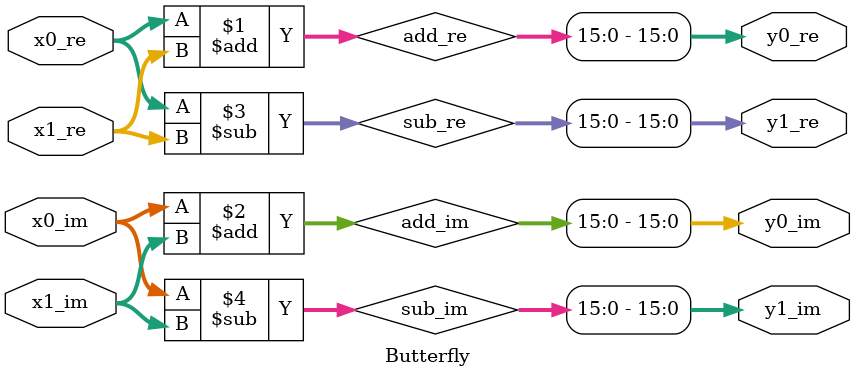
<source format=v>
module Butterfly #(
    parameter   WIDTH = 16,
    parameter   RH = 0  //  Round Half Up
)(
    input   signed  [WIDTH-1:0] x0_re,  //  Input Data #0 (Real)
    input   signed  [WIDTH-1:0] x0_im,  //  Input Data #0 (Imag)
    input   signed  [WIDTH-1:0] x1_re,  //  Input Data #1 (Real)
    input   signed  [WIDTH-1:0] x1_im,  //  Input Data #1 (Imag)
    output  signed  [WIDTH-1:0] y0_re,  //  Output Data #0 (Real)
    output  signed  [WIDTH-1:0] y0_im,  //  Output Data #0 (Imag)
    output  signed  [WIDTH-1:0] y1_re,  //  Output Data #1 (Real)
    output  signed  [WIDTH-1:0] y1_im   //  Output Data #1 (Imag)
);

wire signed [WIDTH:0]   add_re, add_im, sub_re, sub_im;

//  Add/Sub
assign  add_re = x0_re + x1_re;
assign  add_im = x0_im + x1_im;
assign  sub_re = x0_re - x1_re;
assign  sub_im = x0_im - x1_im;

// //  Scaling
// assign  y0_re = (add_re + RH) >>> 1;
// assign  y0_im = (add_im + RH) >>> 1;
// assign  y1_re = (sub_re + RH) >>> 1;
// assign  y1_im = (sub_im + RH) >>> 1;

// No scaling (preserve magnitude)
assign y0_re = add_re[WIDTH-1:0];
assign y0_im = add_im[WIDTH-1:0];
assign y1_re = sub_re[WIDTH-1:0];
assign y1_im = sub_im[WIDTH-1:0];


endmodule

</source>
